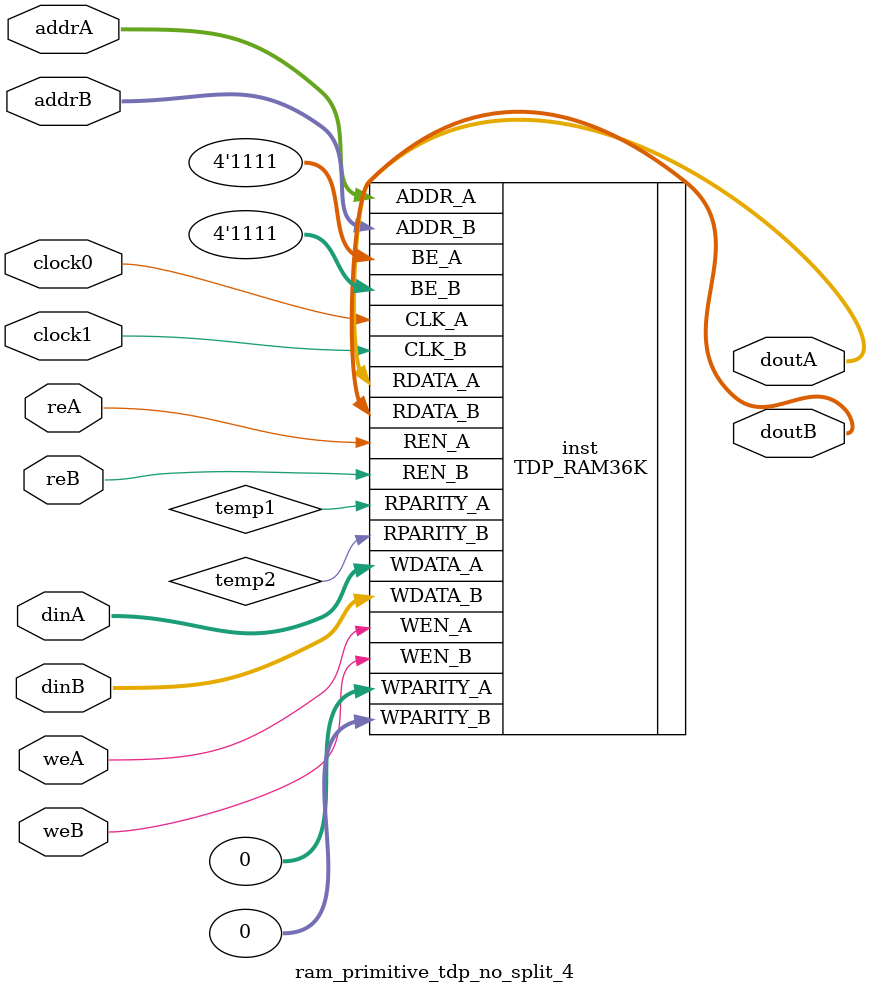
<source format=v>


module ram_primitive_tdp_no_split_4 (
  input clock0, clock1, weA, weB, reA, reB,
  input [9:0] addrA, addrB,
  input [3:0] dinA, dinB, 
  output [3:0] doutA, doutB);

wire temp1, temp2;

TDP_RAM36K #(.INIT({32768{1'b0}}), // Initial Contents of memory
  .INIT_PARITY({2048{1'b0}}), // Initial Contents of memory
  .WRITE_WIDTH_A(4), // Write data width on port A (1-36)
  .READ_WIDTH_A(4), // Read data width on port A (1-36)
  .WRITE_WIDTH_B(4), // Write data width on port B (1-36)
  .READ_WIDTH_B(4) // Read data width on port B (1-36)
) inst ( 
  .WEN_A(weA), // Write-enable port A
  .WEN_B(weB), // Write-enable port B
  .REN_A(reA), // Read-enable port A
  .REN_B(reB), // Read-enable port B
  .CLK_A(clock0), // Clock port A
  .CLK_B(clock1), // Clock port B
  .BE_A(4'b1111), // Byte-write enable port A
  .BE_B(4'b1111), // Byte-write enable port B
  .ADDR_A(addrA), // Address port A, align MSBs and connect unused MSBs to logic 0
  .ADDR_B(addrB), // Address port B, align MSBs and connect unused MSBs to logic 0
  .WDATA_A(dinA), // Write data port A
  .WPARITY_A(0), // Write parity data port A
  .WDATA_B(dinB), // Write data port B
  .WPARITY_B(0), // Write parity port B
  .RDATA_A(doutA), // Read data port A
  .RPARITY_A(temp1), // Read parity port A
  .RDATA_B(doutB), // Read data port B
  .RPARITY_B(temp2) // Read parity port B
);
 

endmodule

</source>
